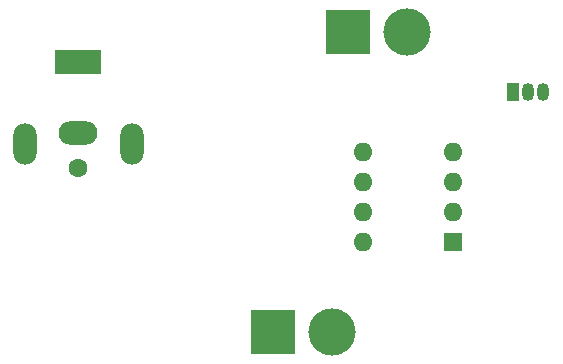
<source format=gbr>
G04 #@! TF.GenerationSoftware,KiCad,Pcbnew,(5.1.5-0-10_14)*
G04 #@! TF.CreationDate,2020-05-18T16:23:34+03:00*
G04 #@! TF.ProjectId,final2,66696e61-6c32-42e6-9b69-6361645f7063,rev?*
G04 #@! TF.SameCoordinates,Original*
G04 #@! TF.FileFunction,Soldermask,Bot*
G04 #@! TF.FilePolarity,Negative*
%FSLAX46Y46*%
G04 Gerber Fmt 4.6, Leading zero omitted, Abs format (unit mm)*
G04 Created by KiCad (PCBNEW (5.1.5-0-10_14)) date 2020-05-18 16:23:34*
%MOMM*%
%LPD*%
G04 APERTURE LIST*
%ADD10R,1.600000X1.600000*%
%ADD11O,1.600000X1.600000*%
%ADD12R,3.800000X3.800000*%
%ADD13C,4.000000*%
%ADD14R,4.000000X2.000000*%
%ADD15O,3.300000X2.000000*%
%ADD16O,2.000000X3.500000*%
%ADD17C,1.600000*%
%ADD18O,1.050000X1.500000*%
%ADD19R,1.050000X1.500000*%
G04 APERTURE END LIST*
D10*
X152400000Y-92710000D03*
D11*
X144780000Y-85090000D03*
X152400000Y-90170000D03*
X144780000Y-87630000D03*
X152400000Y-87630000D03*
X144780000Y-90170000D03*
X152400000Y-85090000D03*
X144780000Y-92710000D03*
D12*
X137160000Y-100330000D03*
D13*
X142160000Y-100330000D03*
X148510000Y-74930000D03*
D12*
X143510000Y-74930000D03*
D14*
X120650000Y-77470000D03*
D15*
X120650000Y-83470000D03*
D16*
X116150000Y-84470000D03*
X125150000Y-84470000D03*
D17*
X120650000Y-86470000D03*
D18*
X158750000Y-80010000D03*
X160020000Y-80010000D03*
D19*
X157480000Y-80010000D03*
M02*

</source>
